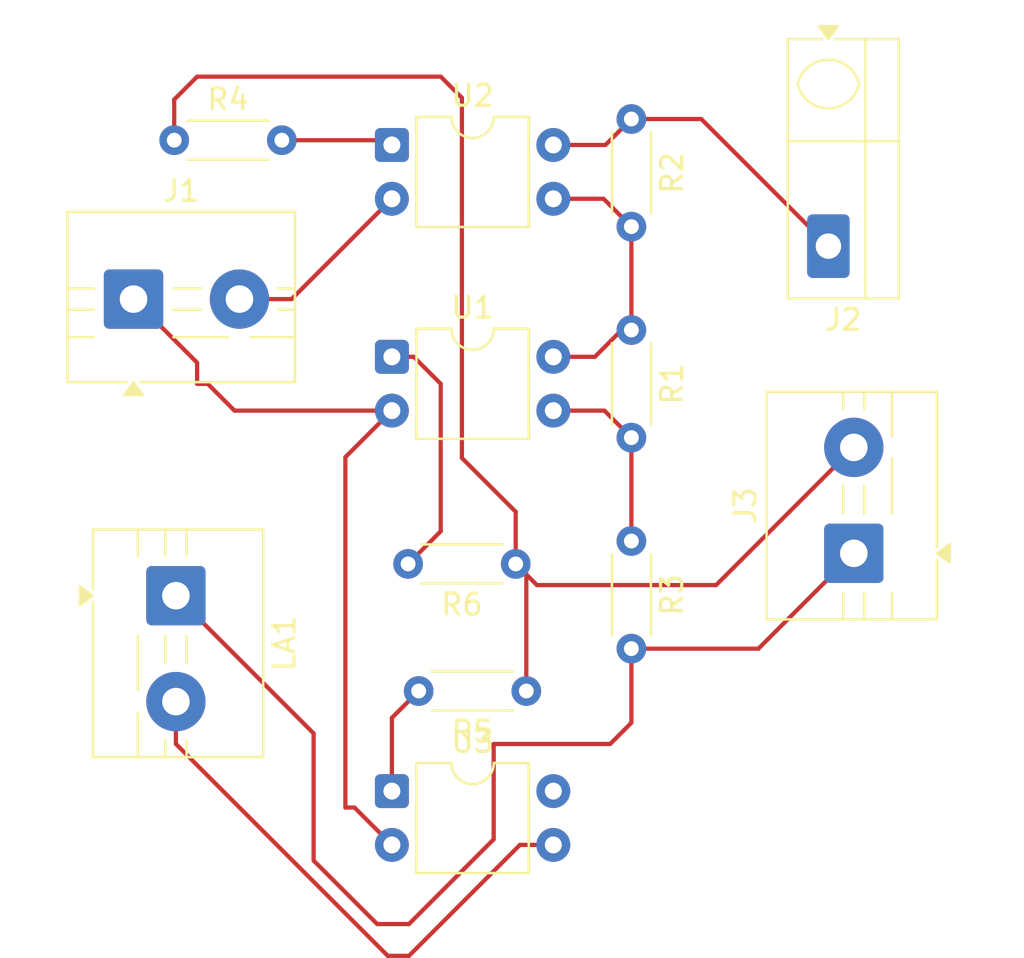
<source format=kicad_pcb>
(kicad_pcb (version 20241229) (generator "pcbnew") (generator_version "9.0")
  (layers (0 "F.Cu" signal) (2 "B.Cu" signal) (13 "F.Paste" user) (15 "B.Paste" user) (5 "F.SilkS" user "F.Silkscreen") (7 "B.SilkS" user "B.Silkscreen") (1 "F.Mask" user) (3 "B.Mask" user) (25 "Edge.Cuts" user))
  (net 0 "")
  (net 1 "/C2")
  (net 2 "GOB_1{slash}4")
  (net 3 "GOB_3{slash}4")
  (net 4 "VDD")
  (net 5 "GND")
  (net 6 "/E3")
  (net 7 "/C1")
  (net 8 "/E1")
  (net 9 "Net-(R4-Pad2)")
  (net 10 "Net-(R5-Pad2)")
  (net 11 "Net-(R6-Pad2)")
  (footprint "Resistor_THT:R_Axial_DIN0204_L3.6mm_D1.6mm_P5.08mm_Horizontal" (layer "F.Cu") (at 67 42.46 -90)
    (property "Reference" "R1" (at 2.54 -1.92 90) (layer "F.SilkS"))
    (property "Value" "56")
    (fp_line (start 0.62 0.92) (end 4.46 0.92) (stroke (width 0.12)) (layer "F.SilkS"))
    (fp_line (start 0.62 -0.92) (end 4.46 -0.92) (stroke (width 0.12)) (layer "F.SilkS"))
    (pad "1" thru_hole circle (at 0 0 270) (size 1.4 1.4) (drill 0.7) (layers "*.Cu" "*.Mask") (net 7 "/C1"))
    (pad "2" thru_hole circle (at 5.08 0 270) (size 1.4 1.4) (drill 0.7) (layers "*.Cu" "*.Mask") (net 8 "/E1"))
  )
  (footprint "TerminalBlock:TerminalBlock_MaiXu_MX126-5.0-02P_1x02_P5.00mm" (layer "F.Cu") (at 45.5 55 -90)
    (property "Reference" "LA1" (at 2.25 -5.12 90) (layer "F.SilkS"))
    (property "Value" "Lamp")
    (fp_line (start -3.12 3.92) (end -3.12 -4.12) (stroke (width 0.12)) (layer "F.SilkS"))
    (fp_line (start -0.3 3.92) (end -3.12 3.92) (stroke (width 0.12)) (layer "F.SilkS"))
    (fp_line (start 7.62 3.92) (end 0.3 3.92) (stroke (width 0.12)) (layer "F.SilkS"))
    (fp_line (start -3.12 1.8) (end -1.88 1.8) (stroke (width 0.12)) (layer "F.SilkS"))
    (fp_line (start 1.88 1.8) (end 4.457 1.8) (stroke (width 0.12)) (layer "F.SilkS"))
    (fp_line (start 5.543 1.8) (end 7.62 1.8) (stroke (width 0.12)) (layer "F.SilkS"))
    (fp_line (start -3.12 0.5) (end -1.88 0.5) (stroke (width 0.12)) (layer "F.SilkS"))
    (fp_line (start 1.88 0.5) (end 3.188 0.5) (stroke (width 0.12)) (layer "F.SilkS"))
    (fp_line (start 6.812 0.5) (end 7.62 0.5) (stroke (width 0.12)) (layer "F.SilkS"))
    (fp_line (start -3.12 -0.5) (end -1.88 -0.5) (stroke (width 0.12)) (layer "F.SilkS"))
    (fp_line (start 1.88 -0.5) (end 3.188 -0.5) (stroke (width 0.12)) (layer "F.SilkS"))
    (fp_line (start 6.812 -0.5) (end 7.62 -0.5) (stroke (width 0.12)) (layer "F.SilkS"))
    (fp_line (start -3.12 -4.12) (end 7.62 -4.12) (stroke (width 0.12)) (layer "F.SilkS"))
    (fp_line (start 7.62 -4.12) (end 7.62 3.92) (stroke (width 0.12)) (layer "F.SilkS"))
    (fp_poly (pts (xy 0 3.92) (xy 0.44 4.53) (xy -0.44 4.53)) (stroke (width 0.12)) (fill yes) (layer "F.SilkS"))
    (pad "1" thru_hole roundrect (at 0 0 270) (size 2.8 2.8) (drill 1.3) (layers "*.Cu" "*.Mask") (roundrect_rratio 0.089286) (net 5 "GND"))
    (pad "2" thru_hole circle (at 5 0 270) (size 2.8 2.8) (drill 1.3) (layers "*.Cu" "*.Mask") (net 6 "/E3"))
  )
  (footprint "Resistor_THT:R_Axial_DIN0204_L3.6mm_D1.6mm_P5.08mm_Horizontal" (layer "F.Cu") (at 67 32.5 -90)
    (property "Reference" "R2" (at 2.54 -1.92 90) (layer "F.SilkS"))
    (property "Value" "120")
    (fp_line (start 0.62 0.92) (end 4.46 0.92) (stroke (width 0.12)) (layer "F.SilkS"))
    (fp_line (start 0.62 -0.92) (end 4.46 -0.92) (stroke (width 0.12)) (layer "F.SilkS"))
    (pad "1" thru_hole circle (at 0 0 270) (size 1.4 1.4) (drill 0.7) (layers "*.Cu" "*.Mask") (net 1 "/C2"))
    (pad "2" thru_hole circle (at 5.08 0 270) (size 1.4 1.4) (drill 0.7) (layers "*.Cu" "*.Mask") (net 7 "/C1"))
  )
  (footprint "TerminalBlock:TerminalBlock_MaiXu_MX126-5.0-02P_1x02_P5.00mm" (layer "F.Cu") (at 77.5 53 90)
    (property "Reference" "J3" (at 2.25 -5.12 90) (layer "F.SilkS"))
    (property "Value" "Screw_Terminal_01x02")
    (fp_line (start 7.62 -4.12) (end 7.62 3.92) (stroke (width 0.12)) (layer "F.SilkS"))
    (fp_line (start -3.12 -4.12) (end 7.62 -4.12) (stroke (width 0.12)) (layer "F.SilkS"))
    (fp_line (start 6.812 -0.5) (end 7.62 -0.5) (stroke (width 0.12)) (layer "F.SilkS"))
    (fp_line (start 1.88 -0.5) (end 3.188 -0.5) (stroke (width 0.12)) (layer "F.SilkS"))
    (fp_line (start -3.12 -0.5) (end -1.88 -0.5) (stroke (width 0.12)) (layer "F.SilkS"))
    (fp_line (start 6.812 0.5) (end 7.62 0.5) (stroke (width 0.12)) (layer "F.SilkS"))
    (fp_line (start 1.88 0.5) (end 3.188 0.5) (stroke (width 0.12)) (layer "F.SilkS"))
    (fp_line (start -3.12 0.5) (end -1.88 0.5) (stroke (width 0.12)) (layer "F.SilkS"))
    (fp_line (start 5.543 1.8) (end 7.62 1.8) (stroke (width 0.12)) (layer "F.SilkS"))
    (fp_line (start 1.88 1.8) (end 4.457 1.8) (stroke (width 0.12)) (layer "F.SilkS"))
    (fp_line (start -3.12 1.8) (end -1.88 1.8) (stroke (width 0.12)) (layer "F.SilkS"))
    (fp_line (start 7.62 3.92) (end 0.3 3.92) (stroke (width 0.12)) (layer "F.SilkS"))
    (fp_line (start -0.3 3.92) (end -3.12 3.92) (stroke (width 0.12)) (layer "F.SilkS"))
    (fp_line (start -3.12 3.92) (end -3.12 -4.12) (stroke (width 0.12)) (layer "F.SilkS"))
    (fp_poly (pts (xy 0 3.92) (xy 0.44 4.53) (xy -0.44 4.53)) (stroke (width 0.12)) (fill yes) (layer "F.SilkS"))
    (pad "1" thru_hole roundrect (at 0 0 90) (size 2.8 2.8) (drill 1.3) (layers "*.Cu" "*.Mask") (roundrect_rratio 0.089286) (net 5 "GND"))
    (pad "2" thru_hole circle (at 5 0 90) (size 2.8 2.8) (drill 1.3) (layers "*.Cu" "*.Mask") (net 4 "VDD"))
  )
  (footprint "Resistor_THT:R_Axial_DIN0204_L3.6mm_D1.6mm_P5.08mm_Horizontal" (layer "F.Cu") (at 61.54 53.5 180)
    (property "Reference" "R6" (at 2.54 -1.92 0) (layer "F.SilkS"))
    (property "Value" "R")
    (fp_line (start 0.62 0.92) (end 4.46 0.92) (stroke (width 0.12)) (layer "F.SilkS"))
    (fp_line (start 0.62 -0.92) (end 4.46 -0.92) (stroke (width 0.12)) (layer "F.SilkS"))
    (pad "1" thru_hole circle (at 0 0 180) (size 1.4 1.4) (drill 0.7) (layers "*.Cu" "*.Mask") (net 4 "VDD"))
    (pad "2" thru_hole circle (at 5.08 0 180) (size 1.4 1.4) (drill 0.7) (layers "*.Cu" "*.Mask") (net 11 "Net-(R6-Pad2)"))
  )
  (footprint "Resistor_THT:R_Axial_DIN0204_L3.6mm_D1.6mm_P5.08mm_Horizontal" (layer "F.Cu") (at 62.04 59.5 180)
    (property "Reference" "R5" (at 2.54 -1.92 0) (layer "F.SilkS"))
    (property "Value" "R")
    (fp_line (start 0.62 0.92) (end 4.46 0.92) (stroke (width 0.12)) (layer "F.SilkS"))
    (fp_line (start 0.62 -0.92) (end 4.46 -0.92) (stroke (width 0.12)) (layer "F.SilkS"))
    (pad "1" thru_hole circle (at 0 0 180) (size 1.4 1.4) (drill 0.7) (layers "*.Cu" "*.Mask") (net 4 "VDD"))
    (pad "2" thru_hole circle (at 5.08 0 180) (size 1.4 1.4) (drill 0.7) (layers "*.Cu" "*.Mask") (net 10 "Net-(R5-Pad2)"))
  )
  (footprint "Package_DIP:DIP-4_W7.62mm" (layer "F.Cu") (at 55.695 64.225)
    (property "Reference" "U3" (at 3.81 -2.33 0) (layer "F.SilkS"))
    (property "Value" "PC817")
    (fp_line (start 1.16 -1.33) (end 1.16 3.87) (stroke (width 0.12)) (layer "F.SilkS"))
    (fp_line (start 1.16 3.87) (end 6.46 3.87) (stroke (width 0.12)) (layer "F.SilkS"))
    (fp_line (start 2.81 -1.33) (end 1.16 -1.33) (stroke (width 0.12)) (layer "F.SilkS"))
    (fp_line (start 6.46 -1.33) (end 4.81 -1.33) (stroke (width 0.12)) (layer "F.SilkS"))
    (fp_line (start 6.46 3.87) (end 6.46 -1.33) (stroke (width 0.12)) (layer "F.SilkS"))
    (fp_arc (start 4.81 -1.33) (mid 3.81 -0.33) (end 2.81 -1.33) (stroke (width 0.12)) (layer "F.SilkS"))
    (pad "1" thru_hole roundrect (at 0 0) (size 1.6 1.6) (drill 0.8) (layers "*.Cu" "*.Mask") (roundrect_rratio 0.15625) (net 10 "Net-(R5-Pad2)"))
    (pad "2" thru_hole circle (at 0 2.54) (size 1.6 1.6) (drill 0.8) (layers "*.Cu" "*.Mask") (net 2 "GOB_1{slash}4"))
    (pad "3" thru_hole circle (at 7.62 2.54) (size 1.6 1.6) (drill 0.8) (layers "*.Cu" "*.Mask") (net 6 "/E3"))
    (pad "4" thru_hole circle (at 7.62 0) (size 1.6 1.6) (drill 0.8) (layers "*.Cu" "*.Mask") (net 4 "VDD"))
  )
  (footprint "TerminalBlock_Degson:TerminalBlock_Degson_DG250-3.5-01P_1x01_P3.50mm_45Degree" (layer "F.Cu") (at 76.3 38.5 180)
    (property "Reference" "J2" (at -0.7 -3.47 0) (layer "F.SilkS"))
    (property "Value" "Screw_Terminal_01x01")
    (fp_line (start 1.92 9.77) (end 0.3 9.77) (stroke (width 0.12)) (layer "F.SilkS"))
    (fp_line (start 1.92 -2.47) (end 1.92 9.77) (stroke (width 0.12)) (layer "F.SilkS"))
    (fp_line (start -0.3 9.77) (end -3.32 9.77) (stroke (width 0.12)) (layer "F.SilkS"))
    (fp_line (start -1.75 -2.47) (end -1.75 9.77) (stroke (width 0.12)) (layer "F.SilkS"))
    (fp_line (start -3.32 9.77) (end -3.32 -2.47) (stroke (width 0.12)) (layer "F.SilkS"))
    (fp_line (start -3.32 4.95) (end 1.92 4.95) (stroke (width 0.12)) (layer "F.SilkS"))
    (fp_line (start -3.32 -2.47) (end 1.92 -2.47) (stroke (width 0.12)) (layer "F.SilkS"))
    (fp_arc (start 1.45 7.65) (mid 0 8.8) (end -1.45 7.65) (stroke (width 0.12)) (layer "F.SilkS"))
    (fp_arc (start -1.45 7.65) (mid 0 6.5) (end 1.45 7.65) (stroke (width 0.12)) (layer "F.SilkS"))
    (fp_poly (pts (xy 0 9.77) (xy 0.44 10.38) (xy -0.44 10.38)) (stroke (width 0.12)) (fill yes) (layer "F.SilkS"))
    (pad "1" thru_hole roundrect (at 0 0 180) (size 2 3) (drill 1.2) (layers "*.Cu" "*.Mask") (roundrect_rratio 0.125) (net 1 "/C2"))
  )
  (footprint "Package_DIP:DIP-4_W7.62mm" (layer "F.Cu") (at 55.695 43.725)
    (property "Reference" "U1" (at 3.81 -2.33 0) (layer "F.SilkS"))
    (property "Value" "PC817")
    (fp_line (start 1.16 -1.33) (end 1.16 3.87) (stroke (width 0.12)) (layer "F.SilkS"))
    (fp_line (start 1.16 3.87) (end 6.46 3.87) (stroke (width 0.12)) (layer "F.SilkS"))
    (fp_line (start 2.81 -1.33) (end 1.16 -1.33) (stroke (width 0.12)) (layer "F.SilkS"))
    (fp_line (start 6.46 -1.33) (end 4.81 -1.33) (stroke (width 0.12)) (layer "F.SilkS"))
    (fp_line (start 6.46 3.87) (end 6.46 -1.33) (stroke (width 0.12)) (layer "F.SilkS"))
    (fp_arc (start 4.81 -1.33) (mid 3.81 -0.33) (end 2.81 -1.33) (stroke (width 0.12)) (layer "F.SilkS"))
    (pad "1" thru_hole roundrect (at 0 0) (size 1.6 1.6) (drill 0.8) (layers "*.Cu" "*.Mask") (roundrect_rratio 0.15625) (net 11 "Net-(R6-Pad2)"))
    (pad "2" thru_hole circle (at 0 2.54) (size 1.6 1.6) (drill 0.8) (layers "*.Cu" "*.Mask") (net 2 "GOB_1{slash}4"))
    (pad "3" thru_hole circle (at 7.62 2.54) (size 1.6 1.6) (drill 0.8) (layers "*.Cu" "*.Mask") (net 8 "/E1"))
    (pad "4" thru_hole circle (at 7.62 0) (size 1.6 1.6) (drill 0.8) (layers "*.Cu" "*.Mask") (net 7 "/C1"))
  )
  (footprint "Resistor_THT:R_Axial_DIN0204_L3.6mm_D1.6mm_P5.08mm_Horizontal" (layer "F.Cu") (at 45.42 33.5)
    (property "Reference" "R4" (at 2.54 -1.92 0) (layer "F.SilkS"))
    (property "Value" "R")
    (fp_line (start 0.62 -0.92) (end 4.46 -0.92) (stroke (width 0.12)) (layer "F.SilkS"))
    (fp_line (start 0.62 0.92) (end 4.46 0.92) (stroke (width 0.12)) (layer "F.SilkS"))
    (pad "1" thru_hole circle (at 0 0) (size 1.4 1.4) (drill 0.7) (layers "*.Cu" "*.Mask") (net 4 "VDD"))
    (pad "2" thru_hole circle (at 5.08 0) (size 1.4 1.4) (drill 0.7) (layers "*.Cu" "*.Mask") (net 9 "Net-(R4-Pad2)"))
  )
  (footprint "TerminalBlock:TerminalBlock_MaiXu_MX126-5.0-02P_1x02_P5.00mm" (layer "F.Cu") (at 43.5 41)
    (property "Reference" "J1" (at 2.25 -5.12 0) (layer "F.SilkS"))
    (property "Value" "Screw_Terminal_01x02")
    (fp_line (start -3.12 -4.12) (end 7.62 -4.12) (stroke (width 0.12)) (layer "F.SilkS"))
    (fp_line (start -3.12 -0.5) (end -1.88 -0.5) (stroke (width 0.12)) (layer "F.SilkS"))
    (fp_line (start -3.12 0.5) (end -1.88 0.5) (stroke (width 0.12)) (layer "F.SilkS"))
    (fp_line (start -3.12 1.8) (end -1.88 1.8) (stroke (width 0.12)) (layer "F.SilkS"))
    (fp_line (start -3.12 3.92) (end -3.12 -4.12) (stroke (width 0.12)) (layer "F.SilkS"))
    (fp_line (start -0.3 3.92) (end -3.12 3.92) (stroke (width 0.12)) (layer "F.SilkS"))
    (fp_line (start 1.88 -0.5) (end 3.188 -0.5) (stroke (width 0.12)) (layer "F.SilkS"))
    (fp_line (start 1.88 0.5) (end 3.188 0.5) (stroke (width 0.12)) (layer "F.SilkS"))
    (fp_line (start 1.88 1.8) (end 4.457 1.8) (stroke (width 0.12)) (layer "F.SilkS"))
    (fp_line (start 5.543 1.8) (end 7.62 1.8) (stroke (width 0.12)) (layer "F.SilkS"))
    (fp_line (start 6.812 -0.5) (end 7.62 -0.5) (stroke (width 0.12)) (layer "F.SilkS"))
    (fp_line (start 6.812 0.5) (end 7.62 0.5) (stroke (width 0.12)) (layer "F.SilkS"))
    (fp_line (start 7.62 -4.12) (end 7.62 3.92) (stroke (width 0.12)) (layer "F.SilkS"))
    (fp_line (start 7.62 3.92) (end 0.3 3.92) (stroke (width 0.12)) (layer "F.SilkS"))
    (fp_poly (pts (xy 0 3.92) (xy 0.44 4.53) (xy -0.44 4.53)) (stroke (width 0.12)) (fill yes) (layer "F.SilkS"))
    (pad "1" thru_hole roundrect (at 0 0) (size 2.8 2.8) (drill 1.3) (layers "*.Cu" "*.Mask") (roundrect_rratio 0.089286) (net 2 "GOB_1{slash}4"))
    (pad "2" thru_hole circle (at 5 0) (size 2.8 2.8) (drill 1.3) (layers "*.Cu" "*.Mask") (net 3 "GOB_3{slash}4"))
  )
  (footprint "Package_DIP:DIP-4_W7.62mm" (layer "F.Cu") (at 55.695 33.725)
    (property "Reference" "U2" (at 3.81 -2.33 0) (layer "F.SilkS"))
    (property "Value" "PC817")
    (fp_line (start 1.16 -1.33) (end 1.16 3.87) (stroke (width 0.12)) (layer "F.SilkS"))
    (fp_line (start 1.16 3.87) (end 6.46 3.87) (stroke (width 0.12)) (layer "F.SilkS"))
    (fp_line (start 2.81 -1.33) (end 1.16 -1.33) (stroke (width 0.12)) (layer "F.SilkS"))
    (fp_line (start 6.46 -1.33) (end 4.81 -1.33) (stroke (width 0.12)) (layer "F.SilkS"))
    (fp_line (start 6.46 3.87) (end 6.46 -1.33) (stroke (width 0.12)) (layer "F.SilkS"))
    (fp_arc (start 4.81 -1.33) (mid 3.81 -0.33) (end 2.81 -1.33) (stroke (width 0.12)) (layer "F.SilkS"))
    (pad "1" thru_hole roundrect (at 0 0) (size 1.6 1.6) (drill 0.8) (layers "*.Cu" "*.Mask") (roundrect_rratio 0.15625) (net 9 "Net-(R4-Pad2)"))
    (pad "2" thru_hole circle (at 0 2.54) (size 1.6 1.6) (drill 0.8) (layers "*.Cu" "*.Mask") (net 3 "GOB_3{slash}4"))
    (pad "3" thru_hole circle (at 7.62 2.54) (size 1.6 1.6) (drill 0.8) (layers "*.Cu" "*.Mask") (net 7 "/C1"))
    (pad "4" thru_hole circle (at 7.62 0) (size 1.6 1.6) (drill 0.8) (layers "*.Cu" "*.Mask") (net 1 "/C2"))
  )
  (footprint "Resistor_THT:R_Axial_DIN0204_L3.6mm_D1.6mm_P5.08mm_Horizontal" (layer "F.Cu") (at 67 52.42 -90)
    (property "Reference" "R3" (at 2.54 -1.92 90) (layer "F.SilkS"))
    (property "Value" "10")
    (fp_line (start 0.62 0.92) (end 4.46 0.92) (stroke (width 0.12)) (layer "F.SilkS"))
    (fp_line (start 0.62 -0.92) (end 4.46 -0.92) (stroke (width 0.12)) (layer "F.SilkS"))
    (pad "1" thru_hole circle (at 0 0 270) (size 1.4 1.4) (drill 0.7) (layers "*.Cu" "*.Mask") (net 8 "/E1"))
    (pad "2" thru_hole circle (at 5.08 0 270) (size 1.4 1.4) (drill 0.7) (layers "*.Cu" "*.Mask") (net 5 "GND"))
  )
  (segment (start 65.775 33.725) (end 67 32.5) (width 0.2) (layer "F.Cu") (net 1))
  (segment (start 70.3 32.5) (end 76.3 38.5) (width 0.2) (layer "F.Cu") (net 1))
  (segment (start 67 32.5) (end 70.3 32.5) (width 0.2) (layer "F.Cu") (net 1))
  (segment (start 63.315 33.725) (end 65.775 33.725) (width 0.2) (layer "F.Cu") (net 1))
  (segment (start 46.5 45) (end 47 45) (width 0.2) (layer "F.Cu") (net 2))
  (segment (start 46.5 44) (end 46.5 45) (width 0.2) (layer "F.Cu") (net 2))
  (segment (start 47 45) (end 48.265 46.265) (width 0.2) (layer "F.Cu") (net 2))
  (segment (start 53.93 65) (end 53.5 65) (width 0.2) (layer "F.Cu") (net 2))
  (segment (start 48.265 46.265) (end 55.695 46.265) (width 0.2) (layer "F.Cu") (net 2))
  (segment (start 53.5 65) (end 53.5 48.46) (width 0.2) (layer "F.Cu") (net 2))
  (segment (start 43.5 41) (end 46.5 44) (width 0.2) (layer "F.Cu") (net 2))
  (segment (start 53.5 48.46) (end 55.695 46.265) (width 0.2) (layer "F.Cu") (net 2))
  (segment (start 55.695 66.765) (end 53.93 65) (width 0.2) (layer "F.Cu") (net 2))
  (segment (start 48.5 41) (end 50.96 41) (width 0.2) (layer "F.Cu") (net 3))
  (segment (start 50.96 41) (end 55.695 36.265) (width 0.2) (layer "F.Cu") (net 3))
  (segment (start 62.04 54) (end 61.54 53.5) (width 0.2) (layer "F.Cu") (net 4))
  (segment (start 58 30.5) (end 46.5 30.5) (width 0.2) (layer "F.Cu") (net 4))
  (segment (start 46.5 30.5) (end 45.42 31.58) (width 0.2) (layer "F.Cu") (net 4))
  (segment (start 59 31.5) (end 58 30.5) (width 0.2) (layer "F.Cu") (net 4))
  (segment (start 77.5 48) (end 71 54.5) (width 0.2) (layer "F.Cu") (net 4))
  (segment (start 59 48.5) (end 59 31.5) (width 0.2) (layer "F.Cu") (net 4))
  (segment (start 62.04 59.5) (end 62.04 54) (width 0.2) (layer "F.Cu") (net 4))
  (segment (start 71 54.5) (end 62.54 54.5) (width 0.2) (layer "F.Cu") (net 4))
  (segment (start 61.54 51.04) (end 59 48.5) (width 0.2) (layer "F.Cu") (net 4))
  (segment (start 45.42 31.58) (end 45.42 33.5) (width 0.2) (layer "F.Cu") (net 4))
  (segment (start 62.54 54.5) (end 61.54 53.5) (width 0.2) (layer "F.Cu") (net 4))
  (segment (start 61.54 53.5) (end 61.54 51.04) (width 0.2) (layer "F.Cu") (net 4))
  (segment (start 56.5 70.5) (end 60.5 66.5) (width 0.2) (layer "F.Cu") (net 5))
  (segment (start 60.5 66.5) (end 60.5 62) (width 0.2) (layer "F.Cu") (net 5))
  (segment (start 55 70.5) (end 56.5 70.5) (width 0.2) (layer "F.Cu") (net 5))
  (segment (start 60.5 62) (end 66 62) (width 0.2) (layer "F.Cu") (net 5))
  (segment (start 52 61.5) (end 52 67.5) (width 0.2) (layer "F.Cu") (net 5))
  (segment (start 45.5 55) (end 52 61.5) (width 0.2) (layer "F.Cu") (net 5))
  (segment (start 67 57.5) (end 73 57.5) (width 0.2) (layer "F.Cu") (net 5))
  (segment (start 52 67.5) (end 55 70.5) (width 0.2) (layer "F.Cu") (net 5))
  (segment (start 67 61) (end 67 57.5) (width 0.2) (layer "F.Cu") (net 5))
  (segment (start 66 62) (end 67 61) (width 0.2) (layer "F.Cu") (net 5))
  (segment (start 73 57.5) (end 77.5 53) (width 0.2) (layer "F.Cu") (net 5))
  (segment (start 61.735 66.765) (end 56.5 72) (width 0.2) (layer "F.Cu") (net 6))
  (segment (start 56.5 72) (end 55.5 72) (width 0.2) (layer "F.Cu") (net 6))
  (segment (start 45.5 62) (end 45.5 60) (width 0.2) (layer "F.Cu") (net 6))
  (segment (start 55.5 72) (end 45.5 62) (width 0.2) (layer "F.Cu") (net 6))
  (segment (start 63.315 66.765) (end 61.735 66.765) (width 0.2) (layer "F.Cu") (net 6))
  (segment (start 66.54 42.46) (end 65.275 43.725) (width 0.2) (layer "F.Cu") (net 7))
  (segment (start 65.685 36.265) (end 67 37.58) (width 0.2) (layer "F.Cu") (net 7))
  (segment (start 67 37.58) (end 67 42.46) (width 0.2) (layer "F.Cu") (net 7))
  (segment (start 63.315 36.265) (end 65.685 36.265) (width 0.2) (layer "F.Cu") (net 7))
  (segment (start 67 42.46) (end 66.54 42.46) (width 0.2) (layer "F.Cu") (net 7))
  (segment (start 65.275 43.725) (end 63.315 43.725) (width 0.2) (layer "F.Cu") (net 7))
  (segment (start 63.315 46.265) (end 65.725 46.265) (width 0.2) (layer "F.Cu") (net 8))
  (segment (start 65.725 46.265) (end 67 47.54) (width 0.2) (layer "F.Cu") (net 8))
  (segment (start 67 52.42) (end 67 47.54) (width 0.2) (layer "F.Cu") (net 8))
  (segment (start 50.5 33.5) (end 55.47 33.5) (width 0.2) (layer "F.Cu") (net 9))
  (segment (start 55.47 33.5) (end 55.695 33.725) (width 0.2) (layer "F.Cu") (net 9))
  (segment (start 55.695 60.765) (end 55.695 64.225) (width 0.2) (layer "F.Cu") (net 10))
  (segment (start 56.96 59.5) (end 55.695 60.765) (width 0.2) (layer "F.Cu") (net 10))
  (segment (start 58 51.96) (end 56.46 53.5) (width 0.2) (layer "F.Cu") (net 11))
  (segment (start 55.695 43.725) (end 56.725 43.725) (width 0.2) (layer "F.Cu") (net 11))
  (segment (start 58 45) (end 58 51.96) (width 0.2) (layer "F.Cu") (net 11))
  (segment (start 56.725 43.725) (end 58 45) (width 0.2) (layer "F.Cu") (net 11))
)
</source>
